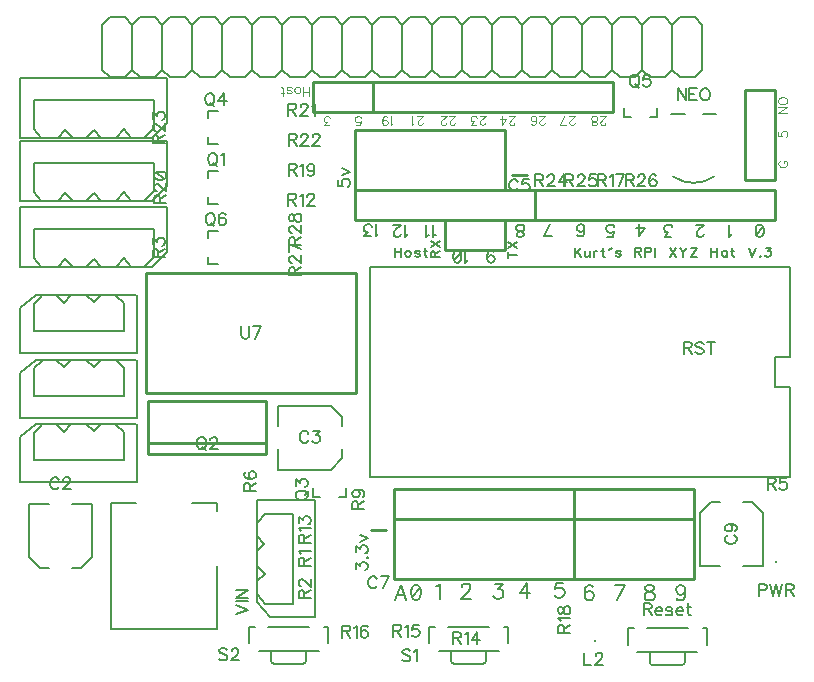
<source format=gto>
G04 DipTrace 3.1.0.1*
G04 TeensyArbotixXYZRPIV0.3.gto*
%MOIN*%
G04 #@! TF.FileFunction,Legend,Top*
G04 #@! TF.Part,Single*
%ADD10C,0.009843*%
%ADD17C,0.008*%
%ADD34C,0.005*%
%ADD37C,0.006*%
%ADD107C,0.006176*%
%ADD108C,0.00772*%
%ADD109C,0.007*%
%ADD110C,0.004632*%
%FSLAX26Y26*%
G04*
G70*
G90*
G75*
G01*
G04 TopSilk*
%LPD*%
X427449Y937461D2*
D17*
X496194D1*
X571208D2*
X639953D1*
Y762451D1*
X602446Y724941D1*
X571208D1*
X427449Y937461D2*
Y762451D1*
X464956Y724941D1*
X496194D1*
X1258732Y1053364D2*
Y1122109D1*
Y1197123D2*
Y1265868D1*
X1433742D1*
X1471252Y1228361D1*
Y1197123D1*
X1258732Y1053364D2*
X1433742D1*
X1471252Y1090871D1*
Y1122109D1*
X2089272Y2034940D2*
D10*
X2038130D1*
X1568130Y852462D2*
X1619272D1*
X2876676Y732574D2*
D17*
X2807931D1*
X2732917D2*
X2664172D1*
Y907584D1*
X2701679Y945094D1*
X2732917D1*
X2876676Y732574D2*
Y907584D1*
X2839169Y945094D1*
X2807931D1*
X2243701Y888701D2*
D10*
X1643701D1*
Y688701D1*
X2243701D2*
X1643701D1*
X2243701Y888701D2*
Y688701D1*
X1643701Y888701D2*
X2243701D1*
X1643701Y988701D2*
X2243701D1*
X1643701Y888701D2*
Y988701D1*
X2243701Y888701D2*
Y988701D1*
X2643701Y888701D2*
X2243701D1*
X2643701Y688701D2*
X2243701D1*
X2643701Y888701D2*
Y688701D1*
X2243701Y888701D2*
Y688701D1*
X2643701Y888701D2*
Y988701D1*
X2243701Y888701D2*
X2643701D1*
X2243701Y988701D2*
X2643701D1*
X2243701Y888701D2*
Y988701D1*
X1513701Y1983701D2*
X2013701D1*
X1513701Y2183701D2*
X2013701D1*
X1513701Y1983701D2*
Y2183701D1*
X2013701Y1983701D2*
Y2183701D1*
X2813701Y2318701D2*
X2913701D1*
Y2018701D1*
X2813701D2*
X2913701D1*
X2813701Y2318701D2*
Y2018701D1*
X1055856Y943072D2*
D17*
X973168D1*
X1055856Y521798D2*
Y730449D1*
Y943072D2*
Y915525D1*
X701536Y521798D2*
Y943072D1*
X784224D1*
X701536Y521798D2*
X1055856D1*
X673229Y2385630D2*
D37*
X698229Y2360630D1*
X748229D1*
X773229Y2385630D1*
X798229Y2360630D1*
X848229D1*
X873229Y2385630D1*
X898229Y2360630D1*
X948229D1*
X973229Y2385630D1*
X998229Y2360630D1*
X1048229D1*
X1073229Y2385630D1*
X1098229Y2360630D1*
X1148229D1*
X1173229Y2385630D1*
X1198229Y2360630D1*
X1248229D1*
X1273229Y2385630D1*
X673229D2*
Y2535630D1*
X698229Y2560630D1*
X748229D1*
X773229Y2535630D1*
X798229Y2560630D1*
X848229D1*
X873229Y2535630D1*
X898229Y2560630D1*
X948229D1*
X973229Y2535630D1*
X998229Y2560630D1*
X1048229D1*
X1073229Y2535630D1*
X1098229Y2560630D1*
X1148229D1*
X1173229Y2535630D1*
X1198229Y2560630D1*
X1248229D1*
X1273229Y2535630D1*
X1298229Y2560630D1*
X1348229D1*
X1373229Y2535630D1*
X1398229Y2560630D1*
X1448229D1*
X1473229Y2535630D1*
X1498229Y2560630D1*
X1548229D1*
X1573229Y2535630D1*
X1598229Y2560630D1*
X1648229D1*
X1673229Y2535630D1*
X1698229Y2560630D1*
X1748229D1*
X1773229Y2535630D1*
X1798229Y2560630D1*
X1848229D1*
X1873229Y2535630D2*
X1848229Y2560630D1*
X1873229Y2535630D2*
X1898229Y2560630D1*
X1948229D2*
X1898229D1*
X1948229D2*
X1973229Y2535630D1*
X1998229Y2560630D1*
X2048229D2*
X1998229D1*
X2048229D2*
X2073229Y2535630D1*
X2098229Y2560630D1*
X2148229D2*
X2098229D1*
X2148229D2*
X2173229Y2535630D1*
X2198229Y2560630D1*
X2248229D2*
X2198229D1*
X2248229D2*
X2273229Y2535630D1*
X2298229Y2560630D1*
X2348229D2*
X2298229D1*
X2348229D2*
X2373229Y2535630D1*
X2398229Y2560630D1*
X2448229D2*
X2398229D1*
X2448229D2*
X2473229Y2535630D1*
X2498229Y2560630D1*
X2548229D2*
X2498229D1*
X2548229D2*
X2573229Y2535630D1*
Y2385630D2*
X2548229Y2360630D1*
X2498229D1*
X2473229Y2385630D2*
X2498229Y2360630D1*
X2473229Y2385630D2*
X2448229Y2360630D1*
X2398229D1*
X2373229Y2385630D2*
X2398229Y2360630D1*
X2373229Y2385630D2*
X2348229Y2360630D1*
X2298229D1*
X2273229Y2385630D2*
X2298229Y2360630D1*
X2273229Y2385630D2*
X2248229Y2360630D1*
X2198229D2*
X2248229D1*
X2198229D2*
X2173229Y2385630D1*
X2148229Y2360630D1*
X2098229D2*
X2148229D1*
X2098229D2*
X2073229Y2385630D1*
X2048229Y2360630D1*
X1998229D1*
X1973229Y2385630D2*
X1998229Y2360630D1*
X1973229Y2385630D2*
X1948229Y2360630D1*
X1898229D1*
X1873229Y2385630D2*
X1898229Y2360630D1*
X1873229Y2385630D2*
X1848229Y2360630D1*
X1798229D1*
X1773229Y2385630D2*
X1798229Y2360630D1*
X1773229Y2385630D2*
X1748229Y2360630D1*
X1698229D1*
X1673229Y2385630D2*
X1698229Y2360630D1*
X1673229Y2385630D2*
X1648229Y2360630D1*
X1598229D1*
X1573229Y2385630D2*
X1598229Y2360630D1*
X1573229Y2385630D2*
X1548229Y2360630D1*
X1498229D1*
X1473229Y2385630D2*
X1498229Y2360630D1*
X1473229Y2385630D2*
X1448229Y2360630D1*
X1398229D1*
X1373229Y2385630D2*
X1398229Y2360630D1*
X1373229Y2385630D2*
X1348229Y2360630D1*
X1298229D1*
X1273229Y2385630D2*
X1298229Y2360630D1*
X773229Y2535630D2*
Y2385630D1*
X873229Y2535630D2*
Y2385630D1*
X973229Y2535630D2*
Y2385630D1*
X1073229Y2535630D2*
Y2385630D1*
X1173229Y2535630D2*
Y2385630D1*
X1273229Y2535630D2*
Y2385630D1*
X1373229Y2535630D2*
Y2385630D1*
X1473229Y2535630D2*
Y2385630D1*
X1573229Y2535630D2*
Y2385630D1*
X1673229Y2535630D2*
Y2385630D1*
X1773229Y2535630D2*
Y2385630D1*
X1873229Y2535630D2*
Y2385630D1*
X1973229Y2535630D2*
Y2385630D1*
X2073229Y2535630D2*
Y2385630D1*
X2173229Y2535630D2*
Y2385630D1*
X2273229Y2535630D2*
Y2385630D1*
X2373229Y2535630D2*
Y2385630D1*
X2473229Y2535630D2*
Y2385630D1*
X2573229Y2535630D2*
Y2385630D1*
Y2535630D2*
X2598229Y2560630D1*
X2648229D2*
X2598229D1*
X2648229D2*
X2673229Y2535630D1*
Y2385630D2*
X2648229Y2360630D1*
X2598229D1*
X2573229Y2385630D2*
X2598229Y2360630D1*
X2673229Y2535630D2*
Y2385630D1*
X398819Y1441654D2*
D34*
X788583D1*
Y1634566D1*
X669705Y1634701D2*
X619698D1*
X569692D1*
X519685D1*
X469717D1*
X450385Y1634682D1*
X398819Y1591265D1*
Y1441654D1*
X518710Y1633697D2*
X543694Y1608698D1*
X568717Y1633697D1*
X618685Y1634566D2*
X643708Y1610705D1*
X668692Y1634566D1*
X718698D1*
X785426D1*
X717685Y1632693D2*
X743682Y1607694D1*
X743721Y1513699D1*
X443681D1*
X443720Y1606709D1*
X471705Y1631709D1*
X398819Y1226654D2*
X788583D1*
Y1419566D1*
X669705Y1419701D2*
X619698D1*
X569692D1*
X519685D1*
X469717D1*
X450385Y1419682D1*
X398819Y1376265D1*
Y1226654D1*
X518710Y1418697D2*
X543694Y1393698D1*
X568717Y1418697D1*
X618685Y1419566D2*
X643708Y1395705D1*
X668692Y1419566D1*
X718698D1*
X785426D1*
X717685Y1417693D2*
X743682Y1392694D1*
X743721Y1298699D1*
X443681D1*
X443720Y1391709D1*
X471705Y1416709D1*
X398819Y1011654D2*
X788583D1*
Y1204566D1*
X669705Y1204701D2*
X619698D1*
X569692D1*
X519685D1*
X469717D1*
X450385Y1204682D1*
X398819Y1161265D1*
Y1011654D1*
X518710Y1203697D2*
X543694Y1178698D1*
X568717Y1203697D1*
X618685Y1204566D2*
X643708Y1180705D1*
X668692Y1204566D1*
X718698D1*
X785426D1*
X717685Y1202693D2*
X743682Y1177694D1*
X743721Y1083699D1*
X443681D1*
X443720Y1176709D1*
X471705Y1201709D1*
X1381621Y560966D2*
Y950730D1*
X1188709D1*
X1188574Y831852D2*
Y781845D1*
Y731839D1*
Y681832D1*
Y631864D1*
X1188593Y612532D1*
X1232009Y560966D1*
X1381621D1*
X1189578Y680857D2*
X1214577Y705841D1*
X1189578Y730864D1*
X1188709Y780832D2*
X1212569Y805855D1*
X1188709Y830839D1*
Y880845D1*
Y947573D1*
X1190581Y879832D2*
X1215581Y905829D1*
X1309576Y905868D1*
Y605828D1*
X1216566Y605867D1*
X1191566Y633852D1*
X2913701Y1883701D2*
D10*
X2113701D1*
X2913701Y1983701D2*
Y1883701D1*
Y1983701D2*
X2113701D1*
Y1883701D1*
Y1983701D2*
X1513701D1*
X2113701Y1883701D2*
X1513701D1*
X2113701Y1983701D2*
Y1883701D1*
X1513701Y1983701D2*
Y1883701D1*
X1573701Y2243701D2*
Y2343701D1*
X1373701Y2243701D2*
X1573701D1*
X1373701D2*
Y2343701D1*
X1573701D1*
X2373701D1*
X1573701Y2243701D2*
Y2343701D1*
Y2243701D2*
X2373701D1*
Y2343701D1*
X2013701Y1783701D2*
Y1883701D1*
X1813701Y1783701D2*
X2013701D1*
X1813701D2*
Y1883701D1*
X2013701D1*
X574964Y1728701D2*
D34*
X549955Y1756701D1*
X524946Y1728701D1*
X468689D1*
X399951D1*
X887451Y1928701D2*
X399951D1*
Y1728701D1*
X618692D2*
X649941D1*
X718679D1*
X768696D1*
X818714D1*
X837434D1*
X887451Y1778701D1*
Y1928701D1*
X768696Y1728701D2*
X743687Y1758701D1*
X718679Y1728701D1*
X668710D2*
X643701Y1756701D1*
X618692Y1728701D1*
X562435D1*
X468689D1*
X443680Y1759961D1*
Y1853701D1*
X843722D1*
X843674Y1760701D1*
X812474Y1728701D1*
X574964Y1948701D2*
X549955Y1976701D1*
X524946Y1948701D1*
X468689D1*
X399951D1*
X887451Y2148701D2*
X399951D1*
Y1948701D1*
X618692D2*
X649941D1*
X718679D1*
X768696D1*
X818714D1*
X837434D1*
X887451Y1998701D1*
Y2148701D1*
X768696Y1948701D2*
X743687Y1978701D1*
X718679Y1948701D1*
X668710D2*
X643701Y1976701D1*
X618692Y1948701D1*
X562435D1*
X468689D1*
X443680Y1979961D1*
Y2073701D1*
X843722D1*
X843674Y1980701D1*
X812474Y1948701D1*
X574964Y2158701D2*
X549955Y2186701D1*
X524946Y2158701D1*
X468689D1*
X399951D1*
X887451Y2358701D2*
X399951D1*
Y2158701D1*
X618692D2*
X649941D1*
X718679D1*
X768696D1*
X818714D1*
X837434D1*
X887451Y2208701D1*
Y2358701D1*
X768696Y2158701D2*
X743687Y2188701D1*
X718679Y2158701D1*
X668710D2*
X643701Y2186701D1*
X618692Y2158701D1*
X562435D1*
X468689D1*
X443680Y2189961D1*
Y2283701D1*
X843722D1*
X843674Y2190701D1*
X812474Y2158701D1*
G36*
X2310663Y484910D2*
X2318536D1*
Y477036D1*
X2310663D1*
Y484910D1*
G37*
X2568701Y2238695D2*
D34*
X2613701D1*
X2718701D2*
X2673701D1*
X2712701Y2030689D2*
G02X2574701Y2030689I-69000J97267D01*
G01*
G36*
X2922638Y750057D2*
X2914764D1*
Y742183D1*
X2922638D1*
Y750057D1*
G37*
X1026138Y1962207D2*
D17*
Y1938586D1*
X1057638D1*
X1026138Y2025195D2*
Y2048816D1*
X1057638D1*
X1219814Y1105188D2*
D10*
X826113D1*
Y1282353D1*
X1219814D1*
Y1105188D1*
Y1140621D2*
X826113D1*
X1462794Y961768D2*
D17*
X1486415D1*
Y993268D1*
X1399805Y961768D2*
X1376184D1*
Y993268D1*
X1026138Y2162207D2*
Y2138586D1*
X1057638D1*
X1026138Y2225195D2*
Y2248816D1*
X1057638D1*
X2497794Y2226768D2*
X2521415D1*
Y2258268D1*
X2434805Y2226768D2*
X2411184D1*
Y2258268D1*
X1026138Y1762207D2*
Y1738586D1*
X1057638D1*
X1026138Y1825195D2*
Y1848816D1*
X1057638D1*
X2456200Y443699D2*
D34*
X2656202D1*
X2687436Y468704D2*
Y524946D1*
X2674936D1*
X2624935D2*
X2487467D1*
X2497189Y441700D2*
Y411697D1*
G03X2507202Y401701I10011J16D01*
G01*
X2605200D1*
G03X2615213Y411697I2J10012D01*
G01*
Y441700D1*
X2443700Y524946D2*
X2424966D1*
Y468704D1*
X1793700Y448699D2*
X1993702D1*
X2024936Y473704D2*
Y529946D1*
X2012436D1*
X1962435D2*
X1824967D1*
X1834689Y446700D2*
Y416697D1*
G03X1844702Y406701I10011J16D01*
G01*
X1942700D1*
G03X1952713Y416697I2J10012D01*
G01*
Y446700D1*
X1781200Y529946D2*
X1762466D1*
Y473704D1*
X1193700Y448699D2*
X1393702D1*
X1424936Y473704D2*
Y529946D1*
X1412436D1*
X1362435D2*
X1224967D1*
X1234689Y446700D2*
Y416697D1*
G03X1244702Y406701I10011J16D01*
G01*
X1342700D1*
G03X1352713Y416697I2J10012D01*
G01*
Y446700D1*
X1181200Y529946D2*
X1162466D1*
Y473704D1*
X2913424Y1430013D2*
D17*
Y1330053D1*
X2963404D1*
Y1030033D1*
X1563404D1*
Y1730033D1*
X2963404D1*
Y1430013D1*
X2913424D1*
X818335Y1707704D2*
D10*
X1518335D1*
Y1307704D1*
X818335D1*
Y1707704D1*
X528476Y1017729D2*
D107*
X526575Y1021531D1*
X522728Y1025378D1*
X518925Y1027279D1*
X511276D1*
X507429Y1025378D1*
X503627Y1021531D1*
X501681Y1017729D1*
X499780Y1011981D1*
Y1002386D1*
X501681Y996682D1*
X503627Y992835D1*
X507429Y989033D1*
X511276Y987087D1*
X518925D1*
X522728Y989033D1*
X526575Y992835D1*
X528476Y996682D1*
X542773Y1017685D2*
Y1019586D1*
X544674Y1023433D1*
X546575Y1025334D1*
X550422Y1027235D1*
X558071D1*
X561874Y1025334D1*
X563775Y1023433D1*
X565721Y1019586D1*
Y1015783D1*
X563775Y1011937D1*
X559973Y1006233D1*
X540827Y987087D1*
X567622D1*
X1359767Y1172571D2*
X1357866Y1176373D1*
X1354019Y1180220D1*
X1350217Y1182121D1*
X1342567D1*
X1338721Y1180220D1*
X1334918Y1176373D1*
X1332973Y1172571D1*
X1331071Y1166823D1*
Y1157228D1*
X1332973Y1151524D1*
X1334918Y1147677D1*
X1338721Y1143875D1*
X1342567Y1141929D1*
X1350217D1*
X1354019Y1143875D1*
X1357866Y1147677D1*
X1359767Y1151524D1*
X1375965Y1182077D2*
X1396968D1*
X1385516Y1166779D1*
X1391264D1*
X1395067Y1164877D1*
X1396968Y1162976D1*
X1398913Y1157228D1*
Y1153426D1*
X1396968Y1147677D1*
X1393165Y1143831D1*
X1387417Y1141929D1*
X1381669D1*
X1375965Y1143831D1*
X1374064Y1145776D1*
X1372119Y1149579D1*
X2058476Y2011822D2*
X2056575Y2015625D1*
X2052728Y2019472D1*
X2048925Y2021373D1*
X2041276D1*
X2037429Y2019472D1*
X2033627Y2015625D1*
X2031681Y2011822D1*
X2029780Y2006074D1*
Y1996479D1*
X2031681Y1990776D1*
X2033627Y1986929D1*
X2037429Y1983126D1*
X2041276Y1981181D1*
X2048925D1*
X2052728Y1983126D1*
X2056575Y1986929D1*
X2058476Y1990776D1*
X2093775Y2021329D2*
X2074674D1*
X2072773Y2004129D1*
X2074674Y2006030D1*
X2080422Y2007976D1*
X2086126D1*
X2091874Y2006030D1*
X2095721Y2002228D1*
X2097622Y1996479D1*
Y1992677D1*
X2095721Y1986929D1*
X2091874Y1983082D1*
X2086126Y1981181D1*
X2080422D1*
X2074674Y1983082D1*
X2072773Y1985028D1*
X2070827Y1988830D1*
X1588476Y687591D2*
X1586575Y691394D1*
X1582728Y695241D1*
X1578925Y697142D1*
X1571276D1*
X1567429Y695241D1*
X1563627Y691394D1*
X1561681Y687591D1*
X1559780Y681843D1*
Y672249D1*
X1561681Y666545D1*
X1563627Y662698D1*
X1567429Y658895D1*
X1571276Y656950D1*
X1578925D1*
X1582728Y658895D1*
X1586575Y662698D1*
X1588476Y666545D1*
X1608477Y656950D2*
X1627622Y697098D1*
X1600827D1*
X2757469Y834559D2*
X2753666Y832658D1*
X2749820Y828811D1*
X2747918Y825009D1*
Y817359D1*
X2749820Y813513D1*
X2753666Y809710D1*
X2757469Y807765D1*
X2763217Y805863D1*
X2772812D1*
X2778516Y807765D1*
X2782362Y809710D1*
X2786165Y813513D1*
X2788110Y817359D1*
Y825009D1*
X2786165Y828811D1*
X2782362Y832658D1*
X2778516Y834559D1*
X2761316Y871804D2*
X2767064Y869858D1*
X2770911Y866056D1*
X2772812Y860308D1*
Y858407D1*
X2770911Y852659D1*
X2767064Y848856D1*
X2761316Y846911D1*
X2759414D1*
X2753666Y848856D1*
X2749864Y852659D1*
X2747963Y858407D1*
Y860308D1*
X2749864Y866056D1*
X2753666Y869858D1*
X2761316Y871804D1*
X2770911D1*
X2780461Y869858D1*
X2786209Y866056D1*
X2788110Y860308D1*
Y856505D1*
X2786209Y850757D1*
X2782362Y848856D1*
X2279616Y442799D2*
Y402607D1*
X2302564D1*
X2316861Y433205D2*
Y435106D1*
X2318762Y438953D1*
X2320663Y440854D1*
X2324510Y442755D1*
X2332159D1*
X2335962Y440854D1*
X2337863Y438953D1*
X2339809Y435106D1*
Y431303D1*
X2337863Y427457D1*
X2334061Y421753D1*
X2314915Y402607D1*
X2341710D1*
X2617024Y2323854D2*
Y2283662D1*
X2590229Y2323854D1*
Y2283662D1*
X2654224Y2323854D2*
X2629375D1*
Y2283662D1*
X2654224D1*
X2629375Y2304709D2*
X2644674D1*
X2678072Y2323854D2*
X2674225Y2321953D1*
X2670422Y2318106D1*
X2668477Y2314304D1*
X2666576Y2308556D1*
Y2298961D1*
X2668477Y2293257D1*
X2670422Y2289410D1*
X2674225Y2285608D1*
X2678072Y2283662D1*
X2685721D1*
X2689524Y2285608D1*
X2693370Y2289410D1*
X2695272Y2293257D1*
X2697173Y2298961D1*
Y2308556D1*
X2695272Y2314304D1*
X2693370Y2318106D1*
X2689524Y2321953D1*
X2685721Y2323854D1*
X2678072D1*
X2860410Y650482D2*
X2877654D1*
X2883357Y652384D1*
X2885303Y654329D1*
X2887204Y658132D1*
Y663880D1*
X2885303Y667682D1*
X2883357Y669628D1*
X2877654Y671529D1*
X2860410D1*
Y631337D1*
X2899556Y671529D2*
X2909150Y631337D1*
X2918701Y671529D1*
X2928252Y631337D1*
X2937846Y671529D1*
X2950198Y652384D2*
X2967398D1*
X2973146Y654329D1*
X2975091Y656230D1*
X2976992Y660033D1*
Y663880D1*
X2975091Y667682D1*
X2973146Y669628D1*
X2967398Y671529D1*
X2950198D1*
Y631337D1*
X2963595Y652384D2*
X2976992Y631337D1*
X1036935Y2108279D2*
X1033132Y2106422D1*
X1029285Y2102576D1*
X1027384Y2098729D1*
X1025439Y2092981D1*
Y2083430D1*
X1027384Y2077682D1*
X1029285Y2073880D1*
X1033132Y2070033D1*
X1036935Y2068132D1*
X1044584D1*
X1048431Y2070033D1*
X1052233Y2073880D1*
X1054135Y2077682D1*
X1056080Y2083430D1*
Y2092981D1*
X1054135Y2098729D1*
X1052233Y2102576D1*
X1048431Y2106422D1*
X1044584Y2108279D1*
X1036935D1*
X1042683Y2075781D2*
X1054135Y2064285D1*
X1068432Y2100586D2*
X1072278Y2102531D1*
X1078026Y2108235D1*
Y2068087D1*
X999566Y1161278D2*
X995763Y1159421D1*
X991916Y1155574D1*
X990015Y1151727D1*
X988070Y1145979D1*
Y1136428D1*
X990015Y1130680D1*
X991916Y1126878D1*
X995763Y1123031D1*
X999566Y1121130D1*
X1007215D1*
X1011062Y1123031D1*
X1014864Y1126878D1*
X1016766Y1130680D1*
X1018711Y1136428D1*
Y1145979D1*
X1016766Y1151727D1*
X1014864Y1155574D1*
X1011062Y1159421D1*
X1007215Y1161278D1*
X999566D1*
X1005314Y1128779D2*
X1016766Y1117283D1*
X1033008Y1151683D2*
Y1153584D1*
X1034909Y1157431D1*
X1036811Y1159332D1*
X1040657Y1161233D1*
X1048307D1*
X1052109Y1159332D1*
X1054010Y1157431D1*
X1055956Y1153584D1*
Y1149782D1*
X1054010Y1145935D1*
X1050208Y1140231D1*
X1031063Y1121086D1*
X1057857D1*
X1316721Y963965D2*
X1318578Y960162D1*
X1322425Y956316D1*
X1326272Y954414D1*
X1332020Y952469D1*
X1341570D1*
X1347318Y954414D1*
X1351121Y956316D1*
X1354968Y960162D1*
X1356869Y963965D1*
Y971614D1*
X1354968Y975461D1*
X1351121Y979263D1*
X1347318Y981165D1*
X1341570Y983110D1*
X1332020D1*
X1326272Y981165D1*
X1322425Y979263D1*
X1318578Y975461D1*
X1316721Y971614D1*
Y963965D1*
X1349220Y969713D2*
X1360716Y981165D1*
X1316765Y999308D2*
Y1020311D1*
X1332064Y1008859D1*
Y1014607D1*
X1333965Y1018409D1*
X1335866Y1020311D1*
X1341614Y1022256D1*
X1345417D1*
X1351165Y1020311D1*
X1355012Y1016508D1*
X1356913Y1010760D1*
Y1005012D1*
X1355012Y999308D1*
X1353066Y997407D1*
X1349264Y995462D1*
X1027384Y2308279D2*
X1023582Y2306422D1*
X1019735Y2302576D1*
X1017834Y2298729D1*
X1015888Y2292981D1*
Y2283430D1*
X1017834Y2277682D1*
X1019735Y2273880D1*
X1023582Y2270033D1*
X1027384Y2268132D1*
X1035033D1*
X1038880Y2270033D1*
X1042683Y2273880D1*
X1044584Y2277682D1*
X1046530Y2283430D1*
Y2292981D1*
X1044584Y2298729D1*
X1042683Y2302576D1*
X1038880Y2306422D1*
X1035033Y2308279D1*
X1027384D1*
X1033132Y2275781D2*
X1044584Y2264285D1*
X1078026Y2268087D2*
Y2308235D1*
X1058881Y2281485D1*
X1087577D1*
X2442902Y2369996D2*
X2439099Y2368139D1*
X2435252Y2364292D1*
X2433351Y2360445D1*
X2431406Y2354697D1*
Y2345147D1*
X2433351Y2339399D1*
X2435252Y2335596D1*
X2439099Y2331749D1*
X2442902Y2329848D1*
X2450551D1*
X2454398Y2331749D1*
X2458200Y2335596D1*
X2460102Y2339399D1*
X2462047Y2345147D1*
Y2354697D1*
X2460102Y2360445D1*
X2458200Y2364292D1*
X2454398Y2368139D1*
X2450551Y2369996D1*
X2442902D1*
X2448650Y2337498D2*
X2460102Y2326001D1*
X2497346Y2369952D2*
X2478245D1*
X2476344Y2352752D1*
X2478245Y2354653D1*
X2483993Y2356599D1*
X2489697D1*
X2495445Y2354653D1*
X2499292Y2350851D1*
X2501193Y2345103D1*
Y2341300D1*
X2499292Y2335552D1*
X2495445Y2331705D1*
X2489697Y2329804D1*
X2483993D1*
X2478245Y2331705D1*
X2476344Y2333651D1*
X2474399Y2337453D1*
X1029308Y1908279D2*
X1025505Y1906422D1*
X1021658Y1902576D1*
X1019757Y1898729D1*
X1017811Y1892981D1*
Y1883430D1*
X1019757Y1877682D1*
X1021658Y1873880D1*
X1025505Y1870033D1*
X1029308Y1868132D1*
X1036957D1*
X1040804Y1870033D1*
X1044606Y1873880D1*
X1046507Y1877682D1*
X1048453Y1883430D1*
Y1892981D1*
X1046507Y1898729D1*
X1044606Y1902576D1*
X1040804Y1906422D1*
X1036957Y1908279D1*
X1029308D1*
X1035056Y1875781D2*
X1046507Y1864285D1*
X1083752Y1902531D2*
X1081851Y1906334D1*
X1076103Y1908235D1*
X1072300D1*
X1066552Y1906334D1*
X1062706Y1900586D1*
X1060804Y1891035D1*
Y1881485D1*
X1062706Y1873835D1*
X1066552Y1869989D1*
X1072300Y1868087D1*
X1074202D1*
X1079905Y1869989D1*
X1083752Y1873835D1*
X1085654Y1879584D1*
Y1881485D1*
X1083752Y1887233D1*
X1079905Y1891035D1*
X1074202Y1892937D1*
X1072300D1*
X1066552Y1891035D1*
X1062706Y1887233D1*
X1060804Y1881485D1*
X1346230Y732238D2*
Y749438D1*
X1344284Y755186D1*
X1342383Y757131D1*
X1338581Y759032D1*
X1334734D1*
X1330931Y757131D1*
X1328986Y755186D1*
X1327084Y749438D1*
Y732238D1*
X1367276D1*
X1346230Y745635D2*
X1367276Y759032D1*
X1334778Y771384D2*
X1332833Y775230D1*
X1327129Y780979D1*
X1367276Y780978D1*
X1346230Y623638D2*
Y640838D1*
X1344284Y646586D1*
X1342383Y648531D1*
X1338581Y650432D1*
X1334734D1*
X1330931Y648531D1*
X1328986Y646586D1*
X1327084Y640838D1*
Y623638D1*
X1367276D1*
X1346230Y637035D2*
X1367276Y650432D1*
X1336679Y664729D2*
X1334778D1*
X1330931Y666631D1*
X1329030Y668532D1*
X1327129Y672379D1*
Y680028D1*
X1329030Y683830D1*
X1330931Y685732D1*
X1334778Y687677D1*
X1338581D1*
X1342427Y685732D1*
X1348131Y681929D1*
X1367276Y662784D1*
Y689578D1*
X859740Y1760731D2*
Y1777931D1*
X857795Y1783679D1*
X855894Y1785624D1*
X852091Y1787525D1*
X848244D1*
X844442Y1785624D1*
X842496Y1783679D1*
X840595Y1777931D1*
Y1760731D1*
X880787D1*
X859740Y1774128D2*
X880787Y1787525D1*
X840639Y1803724D2*
Y1824726D1*
X855938Y1813274D1*
Y1819022D1*
X857839Y1822825D1*
X859740Y1824726D1*
X865488Y1826671D1*
X869291D1*
X875039Y1824726D1*
X878886Y1820923D1*
X880787Y1815175D1*
Y1809427D1*
X878886Y1803723D1*
X876940Y1801822D1*
X873138Y1799877D1*
X2890261Y1006303D2*
X2907461D1*
X2913209Y1008249D1*
X2915154Y1010150D1*
X2917055Y1013953D1*
Y1017799D1*
X2915154Y1021602D1*
X2913209Y1023547D1*
X2907461Y1025449D1*
X2890261D1*
Y985257D1*
X2903658Y1006303D2*
X2917055Y985257D1*
X2952355Y1025405D2*
X2933254D1*
X2931352Y1008205D1*
X2933254Y1010106D1*
X2939002Y1012051D1*
X2944705D1*
X2950454Y1010106D1*
X2954300Y1006303D1*
X2956202Y1000555D1*
Y996753D1*
X2954300Y991005D1*
X2950454Y987158D1*
X2944705Y985257D1*
X2939002D1*
X2933254Y987158D1*
X2931352Y989104D1*
X2929407Y992906D1*
X1164386Y983141D2*
Y1000340D1*
X1162440Y1006088D1*
X1160539Y1008034D1*
X1156737Y1009935D1*
X1152890D1*
X1149087Y1008034D1*
X1147142Y1006088D1*
X1145240Y1000340D1*
Y983141D1*
X1185432D1*
X1164386Y996538D2*
X1185432Y1009935D1*
X1150988Y1045234D2*
X1147186Y1043333D1*
X1145285Y1037585D1*
Y1033783D1*
X1147186Y1028035D1*
X1152934Y1024188D1*
X1162485Y1022287D1*
X1172035Y1022286D1*
X1179684Y1024188D1*
X1183531Y1028034D1*
X1185432Y1033783D1*
Y1035684D1*
X1183531Y1041388D1*
X1179684Y1045234D1*
X1173936Y1047136D1*
X1172035D1*
X1166287Y1045234D1*
X1162485Y1041388D1*
X1160583Y1035684D1*
Y1033783D1*
X1162485Y1028035D1*
X1166287Y1024188D1*
X1172035Y1022286D1*
X1524740Y921681D2*
Y938881D1*
X1522795Y944629D1*
X1520894Y946575D1*
X1517091Y948476D1*
X1513244D1*
X1509442Y946575D1*
X1507496Y944629D1*
X1505595Y938881D1*
Y921681D1*
X1545787D1*
X1524740Y935079D2*
X1545787Y948476D1*
X1518992Y985721D2*
X1524740Y983775D1*
X1528587Y979973D1*
X1530488Y974225D1*
Y972323D1*
X1528587Y966575D1*
X1524740Y962773D1*
X1518992Y960827D1*
X1517091D1*
X1511343Y962773D1*
X1507541Y966575D1*
X1505639Y972323D1*
Y974225D1*
X1507541Y979973D1*
X1511343Y983775D1*
X1518992Y985721D1*
X1528587D1*
X1538138Y983775D1*
X1543886Y979973D1*
X1545787Y974225D1*
Y970422D1*
X1543886Y964674D1*
X1540039Y962773D1*
X1292750Y1953134D2*
X1309950D1*
X1315698Y1955080D1*
X1317643Y1956981D1*
X1319544Y1960783D1*
Y1964630D1*
X1317643Y1968433D1*
X1315698Y1970378D1*
X1309950Y1972279D1*
X1292750D1*
Y1932087D1*
X1306147Y1953134D2*
X1319544Y1932087D1*
X1331896Y1964586D2*
X1335742Y1966531D1*
X1341491Y1972235D1*
Y1932087D1*
X1355787Y1962685D2*
Y1964586D1*
X1357689Y1968433D1*
X1359590Y1970334D1*
X1363437Y1972235D1*
X1371086D1*
X1374889Y1970334D1*
X1376790Y1968433D1*
X1378735Y1964586D1*
Y1960783D1*
X1376790Y1956937D1*
X1372987Y1951233D1*
X1353842Y1932087D1*
X1380637D1*
X1346276Y809758D2*
Y826958D1*
X1344330Y832706D1*
X1342429Y834651D1*
X1338627Y836552D1*
X1334780D1*
X1330977Y834651D1*
X1329032Y832706D1*
X1327130Y826958D1*
Y809758D1*
X1367322D1*
X1346276Y823155D2*
X1367322Y836552D1*
X1334824Y848904D2*
X1332879Y852750D1*
X1327175Y858498D1*
X1367322D1*
X1327175Y874697D2*
Y895699D1*
X1342473Y884247D1*
Y889995D1*
X1344375Y893798D1*
X1346276Y895699D1*
X1352024Y897644D1*
X1355826D1*
X1361574Y895699D1*
X1365421Y891896D1*
X1367322Y886148D1*
Y880400D1*
X1365421Y874697D1*
X1363476Y872795D1*
X1359673Y870850D1*
X1842506Y491972D2*
X1859706D1*
X1865454Y493917D1*
X1867400Y495818D1*
X1869301Y499621D1*
Y503468D1*
X1867400Y507270D1*
X1865454Y509216D1*
X1859706Y511117D1*
X1842506D1*
Y470925D1*
X1855904Y491972D2*
X1869301Y470925D1*
X1881652Y503423D2*
X1885499Y505369D1*
X1891247Y511073D1*
Y470925D1*
X1922744D2*
Y511073D1*
X1903599Y484322D1*
X1932295D1*
X1642994Y516331D2*
X1660194D1*
X1665942Y518277D1*
X1667887Y520178D1*
X1669788Y523981D1*
Y527827D1*
X1667887Y531630D1*
X1665942Y533575D1*
X1660194Y535477D1*
X1642994D1*
Y495285D1*
X1656391Y516331D2*
X1669788Y495285D1*
X1682140Y527783D2*
X1685987Y529729D1*
X1691735Y535432D1*
Y495285D1*
X1727034Y535432D2*
X1707933D1*
X1706032Y518232D1*
X1707933Y520134D1*
X1713681Y522079D1*
X1719385D1*
X1725133Y520134D1*
X1728979Y516331D1*
X1730881Y510583D1*
Y506781D1*
X1728979Y501033D1*
X1725133Y497186D1*
X1719385Y495285D1*
X1713681D1*
X1707933Y497186D1*
X1706032Y499131D1*
X1704086Y502934D1*
X1473091Y513666D2*
X1490291D1*
X1496039Y515611D1*
X1497985Y517513D1*
X1499886Y521315D1*
Y525162D1*
X1497985Y528964D1*
X1496039Y530910D1*
X1490291Y532811D1*
X1473091D1*
Y492619D1*
X1486489Y513666D2*
X1499886Y492619D1*
X1512237Y525118D2*
X1516084Y527063D1*
X1521832Y532767D1*
Y492619D1*
X1557131Y527063D2*
X1555230Y530866D1*
X1549482Y532767D1*
X1545679D1*
X1539931Y530866D1*
X1536085Y525118D1*
X1534183Y515567D1*
Y506017D1*
X1536085Y498367D1*
X1539931Y494520D1*
X1545679Y492619D1*
X1547581D1*
X1553285Y494520D1*
X1557131Y498367D1*
X1559033Y504115D1*
Y506017D1*
X1557131Y511765D1*
X1553285Y515567D1*
X1547581Y517468D1*
X1545679D1*
X1539931Y515567D1*
X1536085Y511765D1*
X1534183Y506017D1*
X2324758Y2017997D2*
X2341957D1*
X2347705Y2019942D1*
X2349651Y2021843D1*
X2351552Y2025646D1*
Y2029493D1*
X2349651Y2033295D1*
X2347705Y2035241D1*
X2341957Y2037142D1*
X2324758D1*
Y1996950D1*
X2338155Y2017997D2*
X2351552Y1996950D1*
X2363904Y2029448D2*
X2367750Y2031394D1*
X2373498Y2037098D1*
Y1996950D1*
X2393499D2*
X2412644Y2037098D1*
X2385850D1*
X2211956Y509620D2*
Y526820D1*
X2210010Y532568D1*
X2208109Y534513D1*
X2204306Y536414D1*
X2200460D1*
X2196657Y534513D1*
X2194712Y532568D1*
X2192810Y526820D1*
Y509620D1*
X2233002D1*
X2211956Y523017D2*
X2233002Y536414D1*
X2200504Y548766D2*
X2198558Y552612D1*
X2192854Y558360D1*
X2233002D1*
X2192854Y580262D2*
X2194756Y574559D1*
X2198558Y572613D1*
X2202405D1*
X2206208Y574559D1*
X2208153Y578361D1*
X2210054Y586010D1*
X2211956Y591758D1*
X2215802Y595561D1*
X2219605Y597462D1*
X2225353D1*
X2229155Y595561D1*
X2231101Y593660D1*
X2233002Y587912D1*
Y580262D1*
X2231101Y574559D1*
X2229155Y572613D1*
X2225353Y570712D1*
X2219605D1*
X2215802Y572613D1*
X2211956Y576460D1*
X2210054Y582164D1*
X2208153Y589813D1*
X2206208Y593660D1*
X2202405Y595561D1*
X2198558D1*
X2194756Y593660D1*
X2192854Y587912D1*
Y580262D1*
X1293700Y2053134D2*
X1310900D1*
X1316648Y2055080D1*
X1318594Y2056981D1*
X1320495Y2060783D1*
Y2064630D1*
X1318594Y2068433D1*
X1316648Y2070378D1*
X1310900Y2072279D1*
X1293700D1*
Y2032087D1*
X1307098Y2053134D2*
X1320495Y2032087D1*
X1332846Y2064586D2*
X1336693Y2066531D1*
X1342441Y2072235D1*
Y2032087D1*
X1379686Y2058882D2*
X1377740Y2053134D1*
X1373938Y2049287D1*
X1368190Y2047386D1*
X1366289D1*
X1360541Y2049287D1*
X1356738Y2053134D1*
X1354793Y2058882D1*
Y2060783D1*
X1356738Y2066531D1*
X1360541Y2070334D1*
X1366289Y2072235D1*
X1368190D1*
X1373938Y2070334D1*
X1377740Y2066531D1*
X1379686Y2058882D1*
Y2049287D1*
X1377740Y2039737D1*
X1373938Y2033989D1*
X1368190Y2032087D1*
X1364387D1*
X1358639Y2033989D1*
X1356738Y2037835D1*
X864740Y1941158D2*
Y1958358D1*
X862795Y1964106D1*
X860894Y1966051D1*
X857091Y1967952D1*
X853244D1*
X849442Y1966051D1*
X847496Y1964106D1*
X845595Y1958358D1*
Y1941158D1*
X885787D1*
X864740Y1954555D2*
X885787Y1967952D1*
X855190Y1982249D2*
X853289D1*
X849442Y1984151D1*
X847541Y1986052D1*
X845639Y1989899D1*
Y1997548D1*
X847541Y2001350D1*
X849442Y2003252D1*
X853289Y2005197D1*
X857091D1*
X860938Y2003252D1*
X866642Y1999449D1*
X885787Y1980304D1*
Y2007098D1*
X845639Y2030946D2*
X847541Y2025198D1*
X853289Y2021351D1*
X862839Y2019450D1*
X868587D1*
X878138Y2021351D1*
X883886Y2025198D1*
X885787Y2030946D1*
Y2034748D1*
X883886Y2040496D1*
X878138Y2044299D1*
X868587Y2046244D1*
X862839D1*
X853289Y2044299D1*
X847541Y2040496D1*
X845639Y2034748D1*
Y2030946D1*
X853289Y2044299D2*
X878138Y2021351D1*
X1292750Y2253134D2*
X1309950D1*
X1315698Y2255080D1*
X1317643Y2256981D1*
X1319544Y2260783D1*
Y2264630D1*
X1317643Y2268433D1*
X1315698Y2270378D1*
X1309950Y2272279D1*
X1292750D1*
Y2232087D1*
X1306147Y2253134D2*
X1319544Y2232087D1*
X1333841Y2262685D2*
Y2264586D1*
X1335742Y2268433D1*
X1337644Y2270334D1*
X1341491Y2272235D1*
X1349140D1*
X1352942Y2270334D1*
X1354844Y2268433D1*
X1356789Y2264586D1*
Y2260783D1*
X1354844Y2256937D1*
X1351041Y2251233D1*
X1331896Y2232087D1*
X1358690D1*
X1371042Y2264586D2*
X1374889Y2266531D1*
X1380637Y2272235D1*
Y2232087D1*
X1294150Y2153134D2*
X1311350D1*
X1317098Y2155080D1*
X1319043Y2156981D1*
X1320944Y2160783D1*
Y2164630D1*
X1319043Y2168433D1*
X1317098Y2170378D1*
X1311350Y2172279D1*
X1294150D1*
Y2132087D1*
X1307547Y2153134D2*
X1320944Y2132087D1*
X1335241Y2162685D2*
Y2164586D1*
X1337143Y2168433D1*
X1339044Y2170334D1*
X1342891Y2172235D1*
X1350540D1*
X1354342Y2170334D1*
X1356244Y2168433D1*
X1358189Y2164586D1*
Y2160783D1*
X1356244Y2156937D1*
X1352441Y2151233D1*
X1333296Y2132087D1*
X1360090D1*
X1374387Y2162685D2*
Y2164586D1*
X1376289Y2168433D1*
X1378190Y2170334D1*
X1382037Y2172235D1*
X1389686D1*
X1393488Y2170334D1*
X1395390Y2168433D1*
X1397335Y2164586D1*
Y2160783D1*
X1395390Y2156937D1*
X1391587Y2151233D1*
X1372442Y2132087D1*
X1399237D1*
X859740Y2141158D2*
Y2158358D1*
X857795Y2164106D1*
X855894Y2166051D1*
X852091Y2167952D1*
X848244D1*
X844442Y2166051D1*
X842496Y2164106D1*
X840595Y2158358D1*
Y2141158D1*
X880787D1*
X859740Y2154555D2*
X880787Y2167952D1*
X850190Y2182249D2*
X848289D1*
X844442Y2184151D1*
X842541Y2186052D1*
X840639Y2189899D1*
Y2197548D1*
X842541Y2201350D1*
X844442Y2203252D1*
X848289Y2205197D1*
X852091D1*
X855938Y2203252D1*
X861642Y2199449D1*
X880787Y2180304D1*
Y2207098D1*
X840639Y2223297D2*
Y2244299D1*
X855938Y2232847D1*
Y2238595D1*
X857839Y2242398D1*
X859740Y2244299D1*
X865488Y2246244D1*
X869291D1*
X875039Y2244299D1*
X878886Y2240496D1*
X880787Y2234748D1*
Y2229000D1*
X878886Y2223296D1*
X876940Y2221395D1*
X873138Y2219450D1*
X2115207Y2017997D2*
X2132407D1*
X2138155Y2019942D1*
X2140100Y2021843D1*
X2142002Y2025646D1*
Y2029493D1*
X2140100Y2033295D1*
X2138155Y2035241D1*
X2132407Y2037142D1*
X2115207D1*
Y1996950D1*
X2128604Y2017997D2*
X2142002Y1996950D1*
X2156299Y2027547D2*
Y2029448D1*
X2158200Y2033295D1*
X2160101Y2035196D1*
X2163948Y2037098D1*
X2171597D1*
X2175400Y2035196D1*
X2177301Y2033295D1*
X2179246Y2029448D1*
Y2025646D1*
X2177301Y2021799D1*
X2173498Y2016095D1*
X2154353Y1996950D1*
X2181148D1*
X2212644D2*
Y2037098D1*
X2193499Y2010347D1*
X2222195D1*
X2216158Y2017997D2*
X2233357D1*
X2239106Y2019942D1*
X2241051Y2021843D1*
X2242952Y2025646D1*
Y2029493D1*
X2241051Y2033295D1*
X2239106Y2035241D1*
X2233357Y2037142D1*
X2216158D1*
Y1996950D1*
X2229555Y2017997D2*
X2242952Y1996950D1*
X2257249Y2027547D2*
Y2029448D1*
X2259150Y2033295D1*
X2261052Y2035196D1*
X2264898Y2037098D1*
X2272548D1*
X2276350Y2035196D1*
X2278252Y2033295D1*
X2280197Y2029448D1*
Y2025646D1*
X2278252Y2021799D1*
X2274449Y2016095D1*
X2255304Y1996950D1*
X2282098D1*
X2317398Y2037098D2*
X2298296D1*
X2296395Y2019898D1*
X2298296Y2021799D1*
X2304045Y2023745D1*
X2309748D1*
X2315496Y2021799D1*
X2319343Y2017997D1*
X2321244Y2012249D1*
Y2008446D1*
X2319343Y2002698D1*
X2315496Y1998851D1*
X2309748Y1996950D1*
X2304045D1*
X2298296Y1998851D1*
X2296395Y2000797D1*
X2294450Y2004599D1*
X2417130Y2017997D2*
X2434330D1*
X2440078Y2019942D1*
X2442024Y2021843D1*
X2443925Y2025646D1*
Y2029493D1*
X2442024Y2033295D1*
X2440078Y2035241D1*
X2434330Y2037142D1*
X2417130D1*
Y1996950D1*
X2430528Y2017997D2*
X2443925Y1996950D1*
X2458222Y2027547D2*
Y2029448D1*
X2460123Y2033295D1*
X2462024Y2035196D1*
X2465871Y2037098D1*
X2473521D1*
X2477323Y2035196D1*
X2479224Y2033295D1*
X2481170Y2029448D1*
Y2025646D1*
X2479224Y2021799D1*
X2475422Y2016095D1*
X2456276Y1996950D1*
X2483071D1*
X2518370Y2031394D2*
X2516469Y2035196D1*
X2510721Y2037098D1*
X2506919D1*
X2501171Y2035196D1*
X2497324Y2029448D1*
X2495422Y2019898D1*
Y2010347D1*
X2497324Y2002698D1*
X2501171Y1998851D1*
X2506919Y1996950D1*
X2508820D1*
X2514524Y1998851D1*
X2518370Y2002698D1*
X2520272Y2008446D1*
Y2010347D1*
X2518370Y2016095D1*
X2514524Y2019898D1*
X2508820Y2021799D1*
X2506919D1*
X2501171Y2019898D1*
X2497324Y2016095D1*
X2495422Y2010347D1*
X1314405Y1701158D2*
Y1718358D1*
X1312460Y1724106D1*
X1310559Y1726051D1*
X1306756Y1727952D1*
X1302909D1*
X1299107Y1726051D1*
X1297161Y1724106D1*
X1295260Y1718358D1*
Y1701158D1*
X1335452D1*
X1314405Y1714555D2*
X1335452Y1727952D1*
X1304855Y1742249D2*
X1302954D1*
X1299107Y1744151D1*
X1297206Y1746052D1*
X1295304Y1749899D1*
Y1757548D1*
X1297206Y1761350D1*
X1299107Y1763252D1*
X1302954Y1765197D1*
X1306756D1*
X1310603Y1763252D1*
X1316307Y1759449D1*
X1335452Y1740304D1*
Y1767098D1*
Y1787099D2*
X1295304Y1806244D1*
Y1779450D1*
X1314405Y1801180D2*
Y1818380D1*
X1312460Y1824128D1*
X1310559Y1826073D1*
X1306756Y1827974D1*
X1302909D1*
X1299107Y1826073D1*
X1297161Y1824128D1*
X1295260Y1818380D1*
Y1801180D1*
X1335452D1*
X1314405Y1814577D2*
X1335452Y1827974D1*
X1304855Y1842271D2*
X1302954D1*
X1299107Y1844173D1*
X1297206Y1846074D1*
X1295304Y1849921D1*
Y1857570D1*
X1297206Y1861372D1*
X1299107Y1863274D1*
X1302954Y1865219D1*
X1306756D1*
X1310603Y1863274D1*
X1316307Y1859471D1*
X1335452Y1840326D1*
Y1867120D1*
X1295304Y1889022D2*
X1297206Y1883319D1*
X1301008Y1881373D1*
X1304855D1*
X1308657Y1883319D1*
X1310603Y1887121D1*
X1312504Y1894770D1*
X1314405Y1900518D1*
X1318252Y1904321D1*
X1322055Y1906222D1*
X1327803D1*
X1331605Y1904321D1*
X1333551Y1902420D1*
X1335452Y1896672D1*
Y1889022D1*
X1333551Y1883319D1*
X1331605Y1881373D1*
X1327803Y1879472D1*
X1322055D1*
X1318252Y1881373D1*
X1314405Y1885220D1*
X1312504Y1890924D1*
X1310603Y1898573D1*
X1308657Y1902420D1*
X1304855Y1904321D1*
X1301008D1*
X1297206Y1902420D1*
X1295304Y1896672D1*
Y1889022D1*
X2476980Y588134D2*
X2494180D1*
X2499928Y590080D1*
X2501874Y591981D1*
X2503775Y595783D1*
Y599630D1*
X2501874Y603433D1*
X2499928Y605378D1*
X2494180Y607279D1*
X2476980D1*
Y567087D1*
X2490378Y588134D2*
X2503775Y567087D1*
X2516126Y582386D2*
X2539074D1*
Y586233D1*
X2537173Y590080D1*
X2535272Y591981D1*
X2531425Y593882D1*
X2525677D1*
X2521874Y591981D1*
X2518028Y588134D1*
X2516126Y582386D1*
Y578584D1*
X2518028Y572835D1*
X2521874Y569033D1*
X2525677Y567087D1*
X2531425D1*
X2535272Y569033D1*
X2539074Y572835D1*
X2572472Y588134D2*
X2570571Y591981D1*
X2564823Y593882D1*
X2559075D1*
X2553327Y591981D1*
X2551426Y588134D1*
X2553327Y584332D1*
X2557174Y582386D1*
X2566724Y580485D1*
X2570571Y578584D1*
X2572472Y574737D1*
Y572835D1*
X2570571Y569033D1*
X2564823Y567087D1*
X2559075D1*
X2553327Y569033D1*
X2551426Y572835D1*
X2584824Y582386D2*
X2607772D1*
Y586233D1*
X2605870Y590080D1*
X2603969Y591981D1*
X2600122Y593882D1*
X2594374D1*
X2590572Y591981D1*
X2586725Y588134D1*
X2584824Y582386D1*
Y578584D1*
X2586725Y572835D1*
X2590572Y569033D1*
X2594374Y567087D1*
X2600122D1*
X2603969Y569033D1*
X2607772Y572835D1*
X2625871Y607279D2*
Y574737D1*
X2627772Y569033D1*
X2631619Y567087D1*
X2635422D1*
X2620123Y593882D2*
X2633520D1*
X2610861Y1459466D2*
X2628061D1*
X2633809Y1461412D1*
X2635754Y1463313D1*
X2637656Y1467115D1*
Y1470962D1*
X2635754Y1474765D1*
X2633809Y1476710D1*
X2628061Y1478611D1*
X2610861D1*
Y1438419D1*
X2624258Y1459466D2*
X2637656Y1438419D1*
X2676802Y1472863D2*
X2672999Y1476710D1*
X2667251Y1478611D1*
X2659602D1*
X2653854Y1476710D1*
X2650007Y1472863D1*
Y1469061D1*
X2651953Y1465214D1*
X2653854Y1463313D1*
X2657656Y1461412D1*
X2669152Y1457565D1*
X2672999Y1455664D1*
X2674900Y1453718D1*
X2676802Y1449916D1*
Y1444168D1*
X2672999Y1440365D1*
X2667251Y1438419D1*
X2659602D1*
X2653854Y1440365D1*
X2650007Y1444168D1*
X2702550Y1478611D2*
Y1438419D1*
X2689153Y1478611D2*
X2715948D1*
X1699949Y448382D2*
X1696147Y452229D1*
X1690399Y454130D1*
X1682750D1*
X1677001Y452229D1*
X1673155Y448382D1*
Y444579D1*
X1675100Y440733D1*
X1677001Y438831D1*
X1680804Y436930D1*
X1692300Y433083D1*
X1696147Y431182D1*
X1698048Y429236D1*
X1699949Y425434D1*
Y419686D1*
X1696147Y415883D1*
X1690399Y413938D1*
X1682750D1*
X1677001Y415883D1*
X1673155Y419686D1*
X1712301Y446436D2*
X1716148Y448382D1*
X1721896Y454086D1*
Y413938D1*
X1089423Y451957D2*
X1085620Y455803D1*
X1079872Y457705D1*
X1072223D1*
X1066475Y455803D1*
X1062628Y451957D1*
Y448154D1*
X1064574Y444307D1*
X1066475Y442406D1*
X1070278Y440505D1*
X1081774Y436658D1*
X1085620Y434757D1*
X1087522Y432811D1*
X1089423Y429009D1*
Y423261D1*
X1085620Y419458D1*
X1079872Y417513D1*
X1072223D1*
X1066475Y419458D1*
X1062628Y423261D1*
X1103720Y448110D2*
Y450011D1*
X1105621Y453858D1*
X1107522Y455759D1*
X1111369Y457660D1*
X1119018D1*
X1122821Y455759D1*
X1124722Y453858D1*
X1126668Y450011D1*
Y446209D1*
X1124722Y442362D1*
X1120920Y436658D1*
X1101774Y417513D1*
X1128569D1*
X1135364Y1530209D2*
Y1501513D1*
X1137266Y1495765D1*
X1141113Y1491963D1*
X1146861Y1490017D1*
X1150663D1*
X1156411Y1491963D1*
X1160258Y1495765D1*
X1162159Y1501513D1*
Y1530209D1*
X1182160Y1490017D2*
X1201305Y1530165D1*
X1174511D1*
X1517195Y722112D2*
Y743115D1*
X1532494Y731663D1*
Y737411D1*
X1534395Y741213D1*
X1536297Y743114D1*
X1542045Y745060D1*
X1545847D1*
X1551595Y743114D1*
X1555442Y739312D1*
X1557343Y733564D1*
Y727816D1*
X1555442Y722112D1*
X1553496Y720211D1*
X1549694Y718265D1*
X1553496Y759313D2*
X1555442Y757411D1*
X1557343Y759313D1*
X1555442Y761258D1*
X1553496Y759313D1*
X1517195Y777456D2*
Y798459D1*
X1532494Y787007D1*
Y792755D1*
X1534395Y796557D1*
X1536297Y798459D1*
X1542045Y800404D1*
X1545847D1*
X1551595Y798459D1*
X1555442Y794656D1*
X1557343Y788908D1*
Y783160D1*
X1555442Y777456D1*
X1553496Y775555D1*
X1549694Y773609D1*
X1530549Y812756D2*
X1557343Y824252D1*
X1530549Y835703D1*
X1785577Y663418D2*
D108*
X1790385Y665850D1*
X1797570Y672980D1*
Y622795D1*
X1870793Y660826D2*
Y663203D1*
X1873170Y668011D1*
X1875546Y670388D1*
X1880355Y672764D1*
X1889916D1*
X1894670Y670388D1*
X1897046Y668011D1*
X1899478Y663203D1*
Y658450D1*
X1897046Y653641D1*
X1892293Y646511D1*
X1868361Y622580D1*
X1901855D1*
X1980600Y672764D2*
X2006853D1*
X1992538Y653641D1*
X1999723D1*
X2004477Y651265D1*
X2006853Y648888D1*
X2009285Y641703D1*
Y636950D1*
X2006853Y629765D1*
X2002100Y624956D1*
X1994915Y622580D1*
X1987730D1*
X1980600Y624956D1*
X1978224Y627388D1*
X1975792Y632141D1*
X2308906Y660635D2*
X2306529Y665388D1*
X2299344Y667764D1*
X2294591D1*
X2287406Y665388D1*
X2282598Y658203D1*
X2280221Y646265D1*
Y634326D1*
X2282598Y624765D1*
X2287406Y619956D1*
X2294591Y617580D1*
X2296968D1*
X2304097Y619956D1*
X2308906Y624765D1*
X2311282Y631950D1*
Y634326D1*
X2308906Y641511D1*
X2304097Y646265D1*
X2296968Y648641D1*
X2294591D1*
X2287406Y646265D1*
X2282598Y641511D1*
X2280221Y634326D1*
X2389783Y617580D2*
X2413714Y667764D1*
X2380221D1*
X2492159D2*
X2485029Y665388D1*
X2482598Y660635D1*
Y655826D1*
X2485029Y651073D1*
X2489783Y648641D1*
X2499344Y646265D1*
X2506529Y643888D1*
X2511282Y639080D1*
X2513659Y634326D1*
Y627141D1*
X2511282Y622388D1*
X2508906Y619956D1*
X2501721Y617580D1*
X2492159D1*
X2485029Y619956D1*
X2482598Y622388D1*
X2480221Y627141D1*
Y634326D1*
X2482598Y639080D1*
X2487406Y643888D1*
X2494536Y646265D1*
X2504097Y648641D1*
X2508906Y651073D1*
X2511282Y655826D1*
Y660635D1*
X2508906Y665388D1*
X2501721Y667764D1*
X2492159D1*
X2616338Y651073D2*
X2613906Y643888D1*
X2609153Y639080D1*
X2601968Y636703D1*
X2599591D1*
X2592406Y639080D1*
X2587653Y643888D1*
X2585221Y651073D1*
Y653450D1*
X2587653Y660635D1*
X2592406Y665388D1*
X2599591Y667764D1*
X2601968D1*
X2609153Y665388D1*
X2613906Y660635D1*
X2616338Y651073D1*
Y639080D1*
X2613906Y627141D1*
X2609153Y619956D1*
X2601968Y617580D1*
X2597214D1*
X2590029Y619956D1*
X2587653Y624765D1*
X1457665Y2019011D2*
D107*
Y1999910D1*
X1474865Y1998009D1*
X1472964Y1999910D1*
X1471018Y2005658D1*
Y2011362D1*
X1472964Y2017110D1*
X1476766Y2020957D1*
X1482514Y2022858D1*
X1486317D1*
X1492065Y2020957D1*
X1495912Y2017110D1*
X1497813Y2011362D1*
Y2005658D1*
X1495912Y1999910D1*
X1493966Y1998009D1*
X1490164Y1996063D1*
X1471018Y2035209D2*
X1497813Y2046705D1*
X1471018Y2058157D1*
X2087754Y625946D2*
D108*
Y676131D1*
X2063822Y642693D1*
X2099692D1*
X2208881Y676405D2*
X2185004D1*
X2182628Y654905D1*
X2185004Y657282D1*
X2192189Y659713D1*
X2199319D1*
X2206504Y657282D1*
X2211313Y652528D1*
X2213689Y645343D1*
Y640590D1*
X2211313Y633405D1*
X2206504Y628597D1*
X2199319Y626220D1*
X2192189D1*
X2185004Y628597D1*
X2182628Y631029D1*
X2180196Y635782D1*
X2771606Y1837021D2*
D107*
X2767760Y1835075D1*
X2762012Y1829371D1*
Y1869519D1*
X2677073Y1838944D2*
Y1837043D1*
X2675172Y1833196D1*
X2673271Y1831295D1*
X2669424Y1829394D1*
X2661774D1*
X2657972Y1831295D1*
X2656071Y1833196D1*
X2654125Y1837043D1*
Y1840845D1*
X2656071Y1844692D1*
X2659873Y1850396D1*
X2679019Y1869541D1*
X2652224D1*
X2569016Y1829518D2*
X2548013D1*
X2559465Y1844817D1*
X2553717D1*
X2549914Y1846718D1*
X2548013Y1848619D1*
X2546068Y1854367D1*
Y1858170D1*
X2548013Y1863918D1*
X2551816Y1867765D1*
X2557564Y1869666D1*
X2563312D1*
X2569016Y1867765D1*
X2570917Y1865819D1*
X2572862Y1862017D1*
X2256228Y1836117D2*
X2258129Y1832315D1*
X2263877Y1830413D1*
X2267680D1*
X2273428Y1832315D1*
X2277275Y1838063D1*
X2279176Y1847613D1*
Y1857164D1*
X2277275Y1864813D1*
X2273428Y1868660D1*
X2267680Y1870561D1*
X2265779D1*
X2260075Y1868660D1*
X2256228Y1864813D1*
X2254327Y1859065D1*
Y1857164D1*
X2256228Y1851416D1*
X2260075Y1847613D1*
X2265779Y1845712D1*
X2267680D1*
X2273428Y1847613D1*
X2277275Y1851416D1*
X2279176Y1857164D1*
X2164150Y1870390D2*
X2145005Y1830243D1*
X2171799D1*
X2069590Y1829568D2*
X2075294Y1831469D1*
X2077239Y1835272D1*
Y1839119D1*
X2075294Y1842921D1*
X2071491Y1844867D1*
X2063842Y1846768D1*
X2058094Y1848669D1*
X2054291Y1852516D1*
X2052390Y1856319D1*
Y1862067D1*
X2054291Y1865869D1*
X2056193Y1867815D1*
X2061941Y1869716D1*
X2069590D1*
X2075294Y1867815D1*
X2077239Y1865869D1*
X2079141Y1862067D1*
Y1856319D1*
X2077239Y1852516D1*
X2073393Y1848669D1*
X2067689Y1846768D1*
X2060039Y1844867D1*
X2056193Y1842921D1*
X2054291Y1839119D1*
Y1835272D1*
X2056193Y1831469D1*
X2061941Y1829568D1*
X2069590D1*
X1955399Y1756008D2*
X1957345Y1761756D1*
X1961147Y1765603D1*
X1966895Y1767504D1*
X1968797D1*
X1974545Y1765603D1*
X1978347Y1761756D1*
X1980293Y1756008D1*
Y1754107D1*
X1978347Y1748359D1*
X1974545Y1744556D1*
X1968797Y1742655D1*
X1966895D1*
X1961147Y1744556D1*
X1957345Y1748359D1*
X1955399Y1756008D1*
Y1765603D1*
X1957345Y1775153D1*
X1961148Y1780901D1*
X1966896Y1782803D1*
X1970698D1*
X1976446Y1780901D1*
X1978347Y1777054D1*
X2462136Y1870597D2*
Y1830449D1*
X2481281Y1857199D1*
X2452585D1*
X2355824Y1829720D2*
X2374925D1*
X2376826Y1846920D1*
X2374925Y1845019D1*
X2369177Y1843073D1*
X2363473D1*
X2357725Y1845019D1*
X2353878Y1848822D1*
X2351977Y1854570D1*
Y1858372D1*
X2353878Y1864120D1*
X2357725Y1867967D1*
X2363473Y1869868D1*
X2369177D1*
X2374925Y1867967D1*
X2376826Y1866021D1*
X2378772Y1862219D1*
X2866114Y1828932D2*
X2871862Y1830833D1*
X2875709Y1836581D1*
X2877610Y1846131D1*
Y1851880D1*
X2875709Y1861430D1*
X2871862Y1867178D1*
X2866114Y1869079D1*
X2862312D1*
X2856564Y1867178D1*
X2852761Y1861430D1*
X2850816Y1851880D1*
Y1846132D1*
X2852761Y1836581D1*
X2856564Y1830833D1*
X2862312Y1828932D1*
X2866114D1*
X2852761Y1836581D2*
X2875709Y1861430D1*
X1890621Y1750532D2*
X1886774Y1748587D1*
X1881026Y1742883D1*
Y1783031D1*
X1857179Y1742883D2*
X1862927Y1744784D1*
X1866773Y1750532D1*
X1868675Y1760083D1*
Y1765831D1*
X1866774Y1775382D1*
X1862927Y1781130D1*
X1857179Y1783031D1*
X1853376D1*
X1847628Y1781130D1*
X1843826Y1775382D1*
X1841880Y1765831D1*
Y1760083D1*
X1843826Y1750532D1*
X1847628Y1744784D1*
X1853376Y1742883D1*
X1857179D1*
X1843826Y1750532D2*
X1866774Y1775382D1*
X1783742Y1836291D2*
X1779895Y1834345D1*
X1774147Y1828642D1*
Y1868789D1*
X1761795Y1836291D2*
X1757949Y1834345D1*
X1752201Y1828642D1*
Y1868789D1*
X1690885Y1836984D2*
X1687038Y1835038D1*
X1681290Y1829335D1*
Y1869482D1*
X1666993Y1838885D2*
Y1836984D1*
X1665092Y1833137D1*
X1663190Y1831236D1*
X1659344Y1829335D1*
X1651694D1*
X1647892Y1831236D1*
X1645991Y1833137D1*
X1644045Y1836984D1*
Y1840786D1*
X1645991Y1844633D1*
X1649793Y1850337D1*
X1668939Y1869482D1*
X1642144D1*
X1593236Y1838329D2*
X1589390Y1836383D1*
X1583642Y1830680D1*
Y1870827D1*
X1567443Y1830680D2*
X1546441D1*
X1557893Y1845978D1*
X1552145D1*
X1548342Y1847880D1*
X1546441Y1849781D1*
X1544496Y1855529D1*
Y1859331D1*
X1546441Y1865079D1*
X1550244Y1868926D1*
X1555992Y1870827D1*
X1561740D1*
X1567444Y1868926D1*
X1569345Y1866981D1*
X1571290Y1863178D1*
X1781796Y1761208D2*
D109*
Y1774108D1*
X1780337Y1778419D1*
X1778911Y1779878D1*
X1776059Y1781304D1*
X1773174D1*
X1770322Y1779878D1*
X1768863Y1778419D1*
X1767437Y1774108D1*
Y1761208D1*
X1797581D1*
X1781796Y1771256D2*
X1797581Y1781304D1*
X1767437Y1795304D2*
X1797581Y1815400D1*
X1767437D2*
X1797581Y1795304D1*
X2025030Y1768844D2*
X2055174D1*
X2025030Y1758796D2*
Y1778892D1*
Y1792892D2*
X2055174Y1812987D1*
X2025030Y1812988D2*
X2055174Y1792892D1*
X2246895Y1793167D2*
Y1763023D1*
X2266991Y1793167D2*
X2246895Y1773071D1*
X2254058Y1780267D2*
X2266991Y1763023D1*
X2280991Y1783119D2*
Y1768760D1*
X2282417Y1764482D1*
X2285302Y1763023D1*
X2289613D1*
X2292465Y1764482D1*
X2296776Y1768760D1*
Y1783119D2*
Y1763023D1*
X2310776Y1783119D2*
Y1763023D1*
Y1774497D2*
X2312235Y1778808D1*
X2315087Y1781693D1*
X2317972Y1783119D1*
X2322283D1*
X2340594Y1793167D2*
Y1768760D1*
X2342020Y1764482D1*
X2344905Y1763023D1*
X2347757D1*
X2336283Y1783119D2*
X2346331D1*
X2368953Y1793134D2*
X2361757Y1784512D1*
X2370379Y1791708D1*
X2368953Y1793134D1*
X2400164Y1778808D2*
X2398738Y1781693D1*
X2394427Y1783119D1*
X2390116D1*
X2385805Y1781693D1*
X2384379Y1778808D1*
X2385805Y1775956D1*
X2388690Y1774497D1*
X2395853Y1773071D1*
X2398738Y1771645D1*
X2400164Y1768760D1*
Y1767334D1*
X2398738Y1764482D1*
X2394427Y1763023D1*
X2390116D1*
X2385805Y1764482D1*
X2384379Y1767334D1*
X2448061Y1778808D2*
X2460961D1*
X2465272Y1780267D1*
X2466731Y1781693D1*
X2468157Y1784545D1*
Y1787430D1*
X2466731Y1790282D1*
X2465272Y1791741D1*
X2460961Y1793167D1*
X2448061D1*
Y1763023D1*
X2458109Y1778808D2*
X2468157Y1763023D1*
X2482157Y1777382D2*
X2495090D1*
X2499368Y1778808D1*
X2500827Y1780267D1*
X2502253Y1783119D1*
Y1787430D1*
X2500827Y1790282D1*
X2499368Y1791741D1*
X2495090Y1793167D1*
X2482157D1*
Y1763023D1*
X2516253Y1793167D2*
Y1763023D1*
X2564150Y1793167D2*
X2584246Y1763023D1*
Y1793167D2*
X2564150Y1763023D1*
X2598246Y1793167D2*
X2609720Y1778808D1*
Y1763023D1*
X2621194Y1793167D2*
X2609720Y1778808D1*
X2635194Y1793167D2*
X2655290D1*
X2635194Y1763023D1*
X2655290D1*
X2703187Y1793167D2*
Y1763023D1*
X2723283Y1793167D2*
Y1763023D1*
X2703187Y1778808D2*
X2723283D1*
X2754494Y1783119D2*
Y1763023D1*
Y1778808D2*
X2751642Y1781693D1*
X2748757Y1783119D1*
X2744479D1*
X2741594Y1781693D1*
X2738742Y1778808D1*
X2737283Y1774497D1*
Y1771645D1*
X2738742Y1767334D1*
X2741594Y1764482D1*
X2744479Y1763023D1*
X2748757D1*
X2751642Y1764482D1*
X2754494Y1767334D1*
X2772805Y1793167D2*
Y1768760D1*
X2774231Y1764482D1*
X2777116Y1763023D1*
X2779968D1*
X2768494Y1783119D2*
X2778542D1*
X2827865Y1793167D2*
X2839339Y1763023D1*
X2850813Y1793167D1*
X2866239Y1765908D2*
X2864813Y1764449D1*
X2866239Y1763023D1*
X2867698Y1764449D1*
X2866239Y1765908D1*
X2884583Y1793134D2*
X2900335D1*
X2891746Y1781660D1*
X2896057D1*
X2898909Y1780234D1*
X2900335Y1778808D1*
X2901794Y1774497D1*
Y1771645D1*
X2900335Y1767334D1*
X2897483Y1764449D1*
X2893172Y1763023D1*
X2888861D1*
X2884583Y1764449D1*
X2883157Y1765908D1*
X2881698Y1768760D1*
X2349935Y2209003D2*
D110*
Y2207577D1*
X2348509Y2204692D1*
X2347083Y2203266D1*
X2344198Y2201840D1*
X2338461D1*
X2335609Y2203266D1*
X2334183Y2204692D1*
X2332724Y2207577D1*
Y2210429D1*
X2334183Y2213314D1*
X2337035Y2217592D1*
X2351394Y2231951D1*
X2331298D1*
X2314872Y2201840D2*
X2319150Y2203266D1*
X2320609Y2206118D1*
Y2209003D1*
X2319150Y2211855D1*
X2316298Y2213314D1*
X2310561Y2214740D1*
X2306250Y2216166D1*
X2303398Y2219051D1*
X2301972Y2221903D1*
Y2226214D1*
X2303398Y2229066D1*
X2304824Y2230525D1*
X2309135Y2231951D1*
X2314872D1*
X2319150Y2230525D1*
X2320609Y2229066D1*
X2322035Y2226214D1*
Y2221903D1*
X2320609Y2219051D1*
X2317724Y2216166D1*
X2313446Y2214740D1*
X2307709Y2213314D1*
X2304824Y2211855D1*
X2303398Y2209003D1*
Y2206118D1*
X2304824Y2203266D1*
X2309135Y2201840D1*
X2314872D1*
X2246855Y2209328D2*
Y2207902D1*
X2245429Y2205017D1*
X2244003Y2203591D1*
X2241118Y2202165D1*
X2235381D1*
X2232529Y2203591D1*
X2231103Y2205017D1*
X2229644Y2207902D1*
Y2210754D1*
X2231103Y2213639D1*
X2233955Y2217917D1*
X2248314Y2232276D1*
X2228218D1*
X2213218D2*
X2198859Y2202165D1*
X2218955D1*
X2147007Y2209351D2*
Y2207925D1*
X2145581Y2205040D1*
X2144155Y2203614D1*
X2141270Y2202188D1*
X2135533D1*
X2132681Y2203614D1*
X2131255Y2205040D1*
X2129796Y2207925D1*
Y2210777D1*
X2131255Y2213662D1*
X2134107Y2217939D1*
X2148466Y2232298D1*
X2128370D1*
X2101896Y2206466D2*
X2103322Y2203614D1*
X2107633Y2202188D1*
X2110485D1*
X2114796Y2203614D1*
X2117681Y2207925D1*
X2119107Y2215088D1*
Y2222250D1*
X2117681Y2227987D1*
X2114796Y2230873D1*
X2110485Y2232298D1*
X2109059D1*
X2104781Y2230873D1*
X2101896Y2227987D1*
X2100470Y2223676D1*
Y2222250D1*
X2101896Y2217939D1*
X2104781Y2215088D1*
X2109059Y2213662D1*
X2110485D1*
X2114796Y2215088D1*
X2117681Y2217939D1*
X2119107Y2222250D1*
X2046335Y2208579D2*
Y2207153D1*
X2044909Y2204268D1*
X2043483Y2202842D1*
X2040598Y2201416D1*
X2034861D1*
X2032009Y2202842D1*
X2030584Y2204268D1*
X2029124Y2207153D1*
Y2210005D1*
X2030584Y2212890D1*
X2033435Y2217168D1*
X2047794Y2231527D1*
X2027699D1*
X2004076D2*
Y2201416D1*
X2018435Y2221479D1*
X1996913D1*
X1948831Y2209402D2*
Y2207976D1*
X1947405Y2205091D1*
X1945979Y2203665D1*
X1943094Y2202239D1*
X1937357D1*
X1934506Y2203665D1*
X1933080Y2205091D1*
X1931620Y2207976D1*
Y2210828D1*
X1933080Y2213713D1*
X1935931Y2217991D1*
X1950290Y2232350D1*
X1930195D1*
X1918046Y2202239D2*
X1902294D1*
X1910883Y2213713D1*
X1906572D1*
X1903720Y2215139D1*
X1902294Y2216565D1*
X1900835Y2220876D1*
Y2223728D1*
X1902294Y2228039D1*
X1905146Y2230924D1*
X1909457Y2232350D1*
X1913768D1*
X1918046Y2230924D1*
X1919472Y2229465D1*
X1920931Y2226613D1*
X1848037Y2209095D2*
Y2207669D1*
X1846611Y2204784D1*
X1845186Y2203358D1*
X1842300Y2201932D1*
X1836563D1*
X1833712Y2203358D1*
X1832286Y2204784D1*
X1830827Y2207669D1*
Y2210521D1*
X1832286Y2213406D1*
X1835138Y2217684D1*
X1849497Y2232043D1*
X1829401D1*
X1818678Y2209095D2*
Y2207669D1*
X1817252Y2204784D1*
X1815826Y2203358D1*
X1812941Y2201932D1*
X1807204D1*
X1804352Y2203358D1*
X1802926Y2204784D1*
X1801467Y2207669D1*
Y2210521D1*
X1802926Y2213406D1*
X1805778Y2217684D1*
X1820137Y2232043D1*
X1800041D1*
X1740795Y2209440D2*
Y2208014D1*
X1739369Y2205129D1*
X1737943Y2203703D1*
X1735058Y2202277D1*
X1729321D1*
X1726469Y2203703D1*
X1725043Y2205129D1*
X1723584Y2208014D1*
Y2210866D1*
X1725043Y2213751D1*
X1727895Y2218029D1*
X1742254Y2232388D1*
X1722158D1*
X1712894Y2208014D2*
X1710009Y2206555D1*
X1705698Y2202277D1*
Y2232388D1*
X1640591Y2207014D2*
X1637706Y2205555D1*
X1633395Y2201277D1*
Y2231388D1*
X1605461Y2211292D2*
X1606921Y2215603D1*
X1609772Y2218488D1*
X1614083Y2219914D1*
X1615509D1*
X1619820Y2218488D1*
X1622672Y2215603D1*
X1624131Y2211292D1*
Y2209866D1*
X1622672Y2205555D1*
X1619820Y2202703D1*
X1615509Y2201277D1*
X1614083D1*
X1609772Y2202703D1*
X1606921Y2205555D1*
X1605461Y2211292D1*
Y2218488D1*
X1606921Y2225651D1*
X1609772Y2229962D1*
X1614083Y2231388D1*
X1616935D1*
X1621246Y2229962D1*
X1622672Y2227077D1*
X1360863Y2298350D2*
Y2328494D1*
X1340767Y2298350D2*
Y2328494D1*
X1360863Y2312709D2*
X1340767D1*
X1324340Y2308398D2*
X1327192Y2309824D1*
X1330077Y2312709D1*
X1331503Y2317020D1*
Y2319872D1*
X1330077Y2324183D1*
X1327192Y2327035D1*
X1324340Y2328494D1*
X1320029D1*
X1317144Y2327035D1*
X1314292Y2324183D1*
X1312833Y2319872D1*
Y2317020D1*
X1314292Y2312709D1*
X1317144Y2309824D1*
X1320029Y2308398D1*
X1324340D1*
X1287785Y2312709D2*
X1289211Y2309824D1*
X1293522Y2308398D1*
X1297833D1*
X1302144Y2309824D1*
X1303570Y2312709D1*
X1302144Y2315561D1*
X1299259Y2317020D1*
X1292096Y2318446D1*
X1289211Y2319872D1*
X1287785Y2322757D1*
Y2324183D1*
X1289211Y2327035D1*
X1293522Y2328494D1*
X1297833D1*
X1302144Y2327035D1*
X1303570Y2324183D1*
X1274210Y2298350D2*
Y2322757D1*
X1272784Y2327035D1*
X1269899Y2328494D1*
X1267047D1*
X1278521Y2308398D2*
X1268473D1*
X1647966Y1792372D2*
D109*
Y1762228D1*
X1668062Y1792372D2*
Y1762228D1*
X1647966Y1778013D2*
X1668062D1*
X1689225Y1782324D2*
X1686373Y1780898D1*
X1683488Y1778013D1*
X1682062Y1773702D1*
Y1770850D1*
X1683488Y1766539D1*
X1686373Y1763687D1*
X1689225Y1762228D1*
X1693536D1*
X1696421Y1763687D1*
X1699273Y1766539D1*
X1700732Y1770850D1*
Y1773702D1*
X1699273Y1778013D1*
X1696421Y1780898D1*
X1693536Y1782324D1*
X1689225D1*
X1730517Y1778013D2*
X1729091Y1780898D1*
X1724780Y1782324D1*
X1720469D1*
X1716158Y1780898D1*
X1714732Y1778013D1*
X1716158Y1775161D1*
X1719043Y1773702D1*
X1726206Y1772276D1*
X1729091Y1770850D1*
X1730517Y1767965D1*
Y1766539D1*
X1729091Y1763687D1*
X1724780Y1762228D1*
X1720469D1*
X1716158Y1763687D1*
X1714732Y1766539D1*
X1748828Y1792372D2*
Y1767965D1*
X1750254Y1763687D1*
X1753139Y1762228D1*
X1755991D1*
X1744517Y1782324D2*
X1754565D1*
X1517658Y2201348D2*
D110*
X1531984D1*
X1533410Y2214248D1*
X1531984Y2212822D1*
X1527673Y2211363D1*
X1523395D1*
X1519084Y2212822D1*
X1516199Y2215674D1*
X1514773Y2219985D1*
Y2222837D1*
X1516199Y2227148D1*
X1519084Y2230033D1*
X1523395Y2231459D1*
X1527673D1*
X1531984Y2230033D1*
X1533410Y2228573D1*
X1534869Y2225722D1*
X1428172Y2200240D2*
X1412420D1*
X1421009Y2211714D1*
X1416698D1*
X1413846Y2213140D1*
X1412420Y2214566D1*
X1410961Y2218877D1*
Y2221729D1*
X1412420Y2226040D1*
X1415272Y2228925D1*
X1419583Y2230351D1*
X1423894D1*
X1428172Y2228925D1*
X1429598Y2227466D1*
X1431057Y2224614D1*
X1119440Y570765D2*
D107*
X1159632Y586064D1*
X1119440Y601363D1*
Y613714D2*
X1159632D1*
X1119440Y652860D2*
X1159632D1*
X1119440Y626065D1*
X1159632D1*
X1685878Y618795D2*
D108*
X1666700Y669035D1*
X1647577Y618795D1*
X1654762Y635542D2*
X1678693D1*
X1715688Y668980D2*
X1708503Y666603D1*
X1703694Y659418D1*
X1701318Y647480D1*
Y640295D1*
X1703694Y628357D1*
X1708503Y621172D1*
X1715688Y618795D1*
X1720441D1*
X1727626Y621172D1*
X1732379Y628357D1*
X1734811Y640295D1*
Y647480D1*
X1732379Y659418D1*
X1727626Y666603D1*
X1720441Y668980D1*
X1715688D1*
X1732379Y659418D2*
X1703694Y628357D1*
X2932905Y2083136D2*
D110*
X2930053Y2081710D1*
X2927168Y2078825D1*
X2925742Y2075973D1*
Y2070236D1*
X2927168Y2067351D1*
X2930053Y2064499D1*
X2932905Y2063040D1*
X2937216Y2061614D1*
X2944412D1*
X2948690Y2063040D1*
X2951575Y2064499D1*
X2954427Y2067351D1*
X2955886Y2070236D1*
Y2075973D1*
X2954427Y2078825D1*
X2951575Y2081710D1*
X2948690Y2083136D1*
X2944412D1*
Y2075973D1*
X2926488Y2179538D2*
Y2165212D1*
X2939388Y2163786D1*
X2937962Y2165212D1*
X2936503Y2169523D1*
Y2173801D1*
X2937962Y2178112D1*
X2940814Y2180997D1*
X2945125Y2182423D1*
X2947977D1*
X2952288Y2180997D1*
X2955173Y2178112D1*
X2956599Y2173801D1*
Y2169523D1*
X2955173Y2165212D1*
X2953714Y2163786D1*
X2950862Y2162327D1*
X2925350Y2261318D2*
X2955494D1*
X2925350Y2241222D1*
X2955494D1*
X2925350Y2279203D2*
X2926776Y2276318D1*
X2929661Y2273466D1*
X2932513Y2272007D1*
X2936824Y2270581D1*
X2944020D1*
X2948298Y2272007D1*
X2951183Y2273466D1*
X2954035Y2276318D1*
X2955494Y2279203D1*
Y2284940D1*
X2954035Y2287792D1*
X2951183Y2290677D1*
X2948298Y2292103D1*
X2944020Y2293529D1*
X2936824D1*
X2932513Y2292103D1*
X2929661Y2290677D1*
X2926776Y2287792D1*
X2925350Y2284940D1*
Y2279203D1*
M02*

</source>
